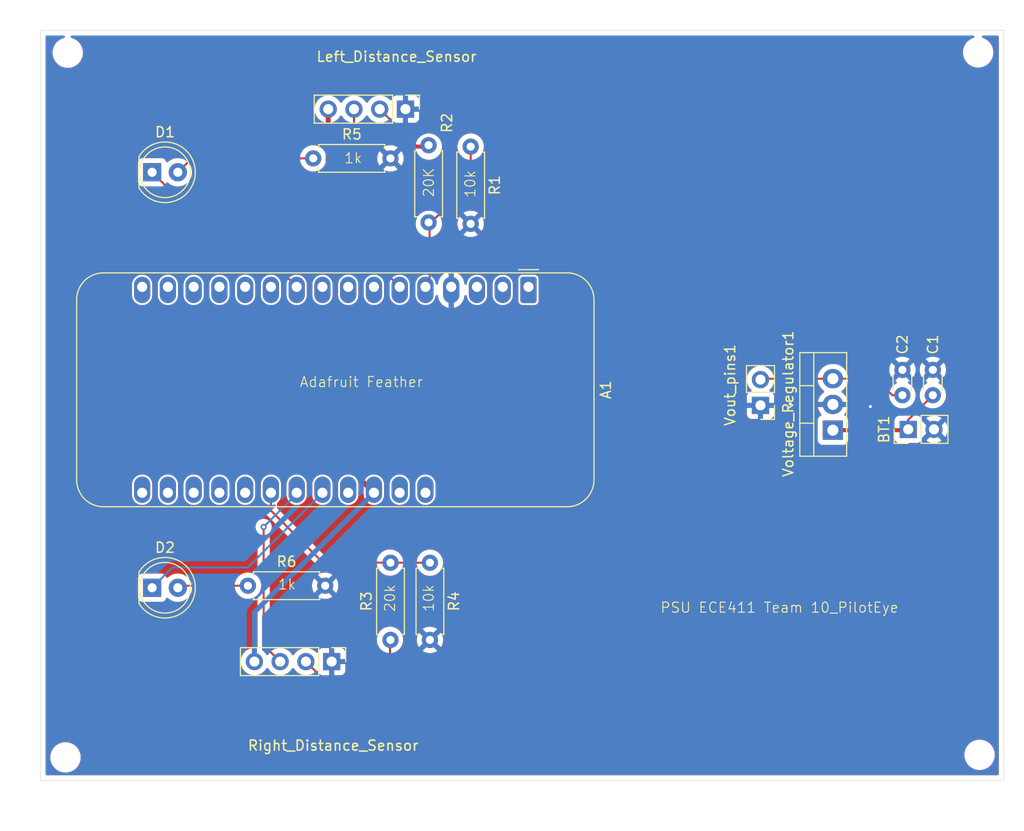
<source format=kicad_pcb>
(kicad_pcb (version 20241229) (generator "pcbnew") (generator_version "9.0")
  (layers (0 "F.Cu" signal) (2 "B.Cu" signal) (13 "F.Paste" user) (15 "B.Paste" user) (5 "F.SilkS" user "F.Silkscreen") (7 "B.SilkS" user "B.Silkscreen") (1 "F.Mask" user) (3 "B.Mask" user) (25 "Edge.Cuts" user))
  (net 0 "")
  (net 1 "Net-(D1-A)")
  (net 2 "Net-(D2-A)")
  (net 3 "GND")
  (net 4 "+5V")
  (net 5 "/ECHO_L GPIO17")
  (net 12 "+BATT")
  (net 15 "Net-(A1-DAC2{slash}A0)")
  (net 18 "Net-(A1-A11{slash}IO12)")
  (net 22 "Net-(A1-A10{slash}IO27)")
  (net 23 "+3.3V")
  (net 25 "Net-(A1-IO4{slash}A5)")
  (net 26 "Net-(A1-A9{slash}IO33)")
  (net 30 "Net-(A1-DAC1{slash}A1)")
  (net 32 "Net-(BT1-+)")
  (net 33 "Net-(Right_Distance_Senser1-Pin_2)")
  (footprint "Module:Adafruit_Feather" (layer "F.Cu") (at 163.12 105.3075 -90)
    (property "Reference" "A1" (at 10.16 -7.62 90) (layer "F.SilkS"))
    (property "Value" "Adafruit_Feather_HUZZAH32_ESP32")
    (fp_line (start 19.05 44.56) (end 1.27 44.56) (stroke (width 0.12)) (layer "F.SilkS"))
    (fp_line (start -1.7 1) (end -1.7 -1) (stroke (width 0.12)) (layer "F.SilkS"))
    (fp_line (start -1.38 -3.81) (end -1.38 41.91) (stroke (width 0.12)) (layer "F.SilkS"))
    (fp_line (start 21.7 -3.81) (end 21.7 41.91) (stroke (width 0.12)) (layer "F.SilkS"))
    (fp_line (start 19.05 -6.46) (end 1.27 -6.46) (stroke (width 0.12)) (layer "F.SilkS"))
    (fp_arc (start 1.27 44.56) (mid -0.603833 43.783833) (end -1.38 41.91) (stroke (width 0.12)) (layer "F.SilkS"))
    (fp_arc (start 21.7 41.91) (mid 20.923833 43.783833) (end 19.05 44.56) (stroke (width 0.12)) (layer "F.SilkS"))
    (fp_arc (start -1.38 -3.81) (mid -0.603833 -5.683833) (end 1.27 -6.46) (stroke (width 0.12)) (layer "F.SilkS"))
    (fp_arc (start 19.05 -6.46) (mid 20.923833 -5.683833) (end 21.7 -3.81) (stroke (width 0.12)) (layer "F.SilkS"))
    (pad "1" thru_hole roundrect (at 0 0 270) (size 2.6 1.6) (drill 1 (offset 0.3 0)) (layers "*.Cu" "*.Mask") (roundrect_rratio 0.15625))
    (pad "2" thru_hole oval (at 0 2.54 270) (size 2.6 1.6) (drill 1 (offset 0.3 0)) (layers "*.Cu" "*.Mask") (net 23 "+3.3V"))
    (pad "3" thru_hole oval (at 0 5.08 270) (size 2.6 1.6) (drill 1 (offset 0.3 0)) (layers "*.Cu" "*.Mask"))
    (pad "4" thru_hole oval (at 0 7.62 270) (size 2.6 1.6) (drill 1 (offset 0.3 0)) (layers "*.Cu" "*.Mask") (net 3 "GND"))
    (pad "5" thru_hole oval (at 0 10.16 270) (size 2.6 1.6) (drill 1 (offset 0.3 0)) (layers "*.Cu" "*.Mask") (net 15 "Net-(A1-DAC2{slash}A0)"))
    (pad "6" thru_hole oval (at 0 12.7 270) (size 2.6 1.6) (drill 1 (offset 0.3 0)) (layers "*.Cu" "*.Mask") (net 30 "Net-(A1-DAC1{slash}A1)"))
    (pad "7" thru_hole oval (at 0 15.24 270) (size 2.6 1.6) (drill 1 (offset 0.3 0)) (layers "*.Cu" "*.Mask"))
    (pad "8" thru_hole oval (at 0 17.78 270) (size 2.6 1.6) (drill 1 (offset 0.3 0)) (layers "*.Cu" "*.Mask"))
    (pad "9" thru_hole oval (at 0 20.32 270) (size 2.6 1.6) (drill 1 (offset 0.3 0)) (layers "*.Cu" "*.Mask"))
    (pad "10" thru_hole oval (at 0 22.86 270) (size 2.6 1.6) (drill 1 (offset 0.3 0)) (layers "*.Cu" "*.Mask") (net 25 "Net-(A1-IO4{slash}A5)"))
    (pad "11" thru_hole oval (at 0 25.4 270) (size 2.6 1.6) (drill 1 (offset 0.3 0)) (layers "*.Cu" "*.Mask"))
    (pad "12" thru_hole oval (at 0 27.94 270) (size 2.6 1.6) (drill 1 (offset 0.3 0)) (layers "*.Cu" "*.Mask"))
    (pad "13" thru_hole oval (at 0 30.48 270) (size 2.6 1.6) (drill 1 (offset 0.3 0)) (layers "*.Cu" "*.Mask"))
    (pad "14" thru_hole oval (at 0 33.02 270) (size 2.6 1.6) (drill 1 (offset 0.3 0)) (layers "*.Cu" "*.Mask"))
    (pad "15" thru_hole oval (at 0 35.56 270) (size 2.6 1.6) (drill 1 (offset 0.3 0)) (layers "*.Cu" "*.Mask"))
    (pad "16" thru_hole oval (at 0 38.1 270) (size 2.6 1.6) (drill 1 (offset 0.3 0)) (layers "*.Cu" "*.Mask"))
    (pad "17" thru_hole oval (at 20.32 38.1 90) (size 2.6 1.6) (drill 1 (offset 0.3 0)) (layers "*.Cu" "*.Mask"))
    (pad "18" thru_hole oval (at 20.32 35.56 90) (size 2.6 1.6) (drill 1 (offset 0.3 0)) (layers "*.Cu" "*.Mask"))
    (pad "19" thru_hole oval (at 20.32 33.02 90) (size 2.6 1.6) (drill 1 (offset 0.3 0)) (layers "*.Cu" "*.Mask"))
    (pad "20" thru_hole oval (at 20.32 30.48 90) (size 2.6 1.6) (drill 1 (offset 0.3 0)) (layers "*.Cu" "*.Mask"))
    (pad "21" thru_hole oval (at 20.32 27.94 90) (size 2.6 1.6) (drill 1 (offset 0.3 0)) (layers "*.Cu" "*.Mask"))
    (pad "22" thru_hole oval (at 20.32 25.4 90) (size 2.6 1.6) (drill 1 (offset 0.3 0)) (layers "*.Cu" "*.Mask") (net 26 "Net-(A1-A9{slash}IO33)"))
    (pad "23" thru_hole oval (at 20.32 22.86 90) (size 2.6 1.6) (drill 1 (offset 0.3 0)) (layers "*.Cu" "*.Mask") (net 22 "Net-(A1-A10{slash}IO27)"))
    (pad "24" thru_hole oval (at 20.32 20.32 90) (size 2.6 1.6) (drill 1 (offset 0.3 0)) (layers "*.Cu" "*.Mask") (net 18 "Net-(A1-A11{slash}IO12)"))
    (pad "25" thru_hole oval (at 20.32 17.78 90) (size 2.6 1.6) (drill 1 (offset 0.3 0)) (layers "*.Cu" "*.Mask"))
    (pad "26" thru_hole oval (at 20.32 15.24 90) (size 2.6 1.6) (drill 1 (offset 0.3 0)) (layers "*.Cu" "*.Mask") (net 4 "+5V"))
    (pad "27" thru_hole oval (at 20.32 12.7 90) (size 2.6 1.6) (drill 1 (offset 0.3 0)) (layers "*.Cu" "*.Mask"))
    (pad "28" thru_hole oval (at 20.32 10.16 90) (size 2.6 1.6) (drill 1 (offset 0.3 0)) (layers "*.Cu" "*.Mask") (net 12 "+BATT"))
  )
  (footprint "Capacitor_THT:C_Disc_D3.0mm_W1.6mm_P2.50mm" (layer "F.Cu") (at 200 116 90)
    (property "Reference" "C2" (at 5 0 90) (layer "F.SilkS"))
    (property "Value" "0.1u")
    (fp_line (start 0.485 -0.92) (end 2.015 -0.92) (stroke (width 0.12)) (layer "F.SilkS"))
    (fp_line (start 2.015 0.92) (end 0.485 0.92) (stroke (width 0.12)) (layer "F.SilkS"))
    (pad "1" thru_hole circle (at 0 0 90) (size 1.6 1.6) (drill 0.8) (layers "*.Cu" "*.Mask") (net 4 "+5V"))
    (pad "2" thru_hole circle (at 2.5 0 90) (size 1.6 1.6) (drill 0.8) (layers "*.Cu" "*.Mask") (net 3 "GND"))
  )
  (footprint "Capacitor_THT:C_Disc_D3.0mm_W1.6mm_P2.50mm" (layer "F.Cu") (at 203 116 90)
    (property "Reference" "C1" (at 5 0 90) (layer "F.SilkS"))
    (property "Value" "0.33u")
    (fp_line (start 0.485 -0.92) (end 2.015 -0.92) (stroke (width 0.12)) (layer "F.SilkS"))
    (fp_line (start 2.015 0.92) (end 0.485 0.92) (stroke (width 0.12)) (layer "F.SilkS"))
    (pad "1" thru_hole circle (at 0 0 90) (size 1.6 1.6) (drill 0.8) (layers "*.Cu" "*.Mask") (net 32 "Net-(BT1-+)"))
    (pad "2" thru_hole circle (at 2.5 0 90) (size 1.6 1.6) (drill 0.8) (layers "*.Cu" "*.Mask") (net 3 "GND"))
  )
  (footprint "LED_THT:LED_D5.0mm" (layer "F.Cu") (at 126 135)
    (property "Reference" "D2" (at 1.27 -3.96 0) (layer "F.SilkS"))
    (property "Value" "LED_R")
    (fp_line (start -1.29 -1.545) (end -1.29 1.545) (stroke (width 0.12)) (layer "F.SilkS"))
    (fp_arc (start -1.29 -1.54483) (mid 2.071779 -2.880495) (end 4.26 0) (stroke (width 0.12)) (layer "F.SilkS"))
    (fp_arc (start 4.26 0) (mid 2.071779 2.880495) (end -1.29 1.54483) (stroke (width 0.12)) (layer "F.SilkS"))
    (fp_circle (center 1.27 0) (end 3.77 0) (stroke (width 0.12)) (fill no) (layer "F.SilkS"))
    (pad "1" thru_hole rect (at 0 0) (size 1.8 1.8) (drill 0.9) (layers "*.Cu" "*.Mask") (net 18 "Net-(A1-A11{slash}IO12)"))
    (pad "2" thru_hole circle (at 2.54 0) (size 1.8 1.8) (drill 0.9) (layers "*.Cu" "*.Mask") (net 2 "Net-(D2-A)"))
  )
  (footprint "Connector_PinHeader_2.54mm:PinHeader_1x02_P2.54mm_Vertical" (layer "F.Cu") (at 200.57 119.37 90)
    (property "Reference" "BT1" (at 0 -2.38 90) (layer "F.SilkS"))
    (property "Value" "9V")
    (fp_line (start -1.38 -1.38) (end 0 -1.38) (stroke (width 0.12)) (layer "F.SilkS"))
    (fp_line (start -1.38 0) (end -1.38 -1.38) (stroke (width 0.12)) (layer "F.SilkS"))
    (fp_line (start 1.38 1.27) (end 1.38 3.92) (stroke (width 0.12)) (layer "F.SilkS"))
    (fp_line (start -1.38 1.27) (end 1.38 1.27) (stroke (width 0.12)) (layer "F.SilkS"))
    (fp_line (start -1.38 1.27) (end -1.38 3.92) (stroke (width 0.12)) (layer "F.SilkS"))
    (fp_line (start -1.38 3.92) (end 1.38 3.92) (stroke (width 0.12)) (layer "F.SilkS"))
    (pad "1" thru_hole rect (at 0 0 90) (size 1.7 1.7) (drill 1) (layers "*.Cu" "*.Mask") (net 32 "Net-(BT1-+)"))
    (pad "2" thru_hole circle (at 0 2.54 90) (size 1.7 1.7) (drill 1) (layers "*.Cu" "*.Mask") (net 3 "GND"))
  )
  (footprint "Connector_PinHeader_2.54mm:PinHeader_1x04_P2.54mm_Vertical" (layer "F.Cu") (at 150.99 87.77 -90)
    (property "Reference" "Left_Distance_Sensor" (at -5.18 0.88 180) (layer "F.SilkS"))
    (property "Value" "Conn_01x04_Pin")
    (fp_line (start -1.38 9) (end 1.38 9) (stroke (width 0.12)) (layer "F.SilkS"))
    (fp_line (start -1.38 1.27) (end -1.38 9) (stroke (width 0.12)) (layer "F.SilkS"))
    (fp_line (start -1.38 1.27) (end 1.38 1.27) (stroke (width 0.12)) (layer "F.SilkS"))
    (fp_line (start 1.38 1.27) (end 1.38 9) (stroke (width 0.12)) (layer "F.SilkS"))
    (fp_line (start -1.38 0) (end -1.38 -1.38) (stroke (width 0.12)) (layer "F.SilkS"))
    (fp_line (start -1.38 -1.38) (end 0 -1.38) (stroke (width 0.12)) (layer "F.SilkS"))
    (pad "1" thru_hole rect (at 0 0 270) (size 1.7 1.7) (drill 1) (layers "*.Cu" "*.Mask") (net 3 "GND"))
    (pad "2" thru_hole circle (at 0 2.54 270) (size 1.7 1.7) (drill 1) (layers "*.Cu" "*.Mask") (net 5 "/ECHO_L GPIO17"))
    (pad "3" thru_hole circle (at 0 5.08 270) (size 1.7 1.7) (drill 1) (layers "*.Cu" "*.Mask") (net 30 "Net-(A1-DAC1{slash}A1)"))
    (pad "4" thru_hole circle (at 0 7.62 270) (size 1.7 1.7) (drill 1) (layers "*.Cu" "*.Mask") (net 4 "+5V"))
  )
  (footprint "Resistor_THT:R_Axial_DIN0207_L6.3mm_D2.5mm_P7.62mm_Horizontal" (layer "F.Cu") (at 141.89 92.63)
    (property "Reference" "R5" (at 3.81 -2.37 0) (layer "F.SilkS"))
    (property "Value" "1k")
    (fp_line (start 0.54 -1.37) (end 7.08 -1.37) (stroke (width 0.12)) (layer "F.SilkS"))
    (fp_line (start 0.54 -1.04) (end 0.54 -1.37) (stroke (width 0.12)) (layer "F.SilkS"))
    (fp_line (start 0.54 1.04) (end 0.54 1.37) (stroke (width 0.12)) (layer "F.SilkS"))
    (fp_line (start 0.54 1.37) (end 7.08 1.37) (stroke (width 0.12)) (layer "F.SilkS"))
    (fp_line (start 7.08 -1.37) (end 7.08 -1.04) (stroke (width 0.12)) (layer "F.SilkS"))
    (fp_line (start 7.08 1.37) (end 7.08 1.04) (stroke (width 0.12)) (layer "F.SilkS"))
    (pad "1" thru_hole circle (at 0 0) (size 1.6 1.6) (drill 0.8) (layers "*.Cu" "*.Mask") (net 1 "Net-(D1-A)"))
    (pad "2" thru_hole circle (at 7.62 0) (size 1.6 1.6) (drill 0.8) (layers "*.Cu" "*.Mask") (net 3 "GND"))
  )
  (footprint "Resistor_THT:R_Axial_DIN0207_L6.3mm_D2.5mm_P7.62mm_Horizontal" (layer "F.Cu") (at 135.45 134.8)
    (property "Reference" "R6" (at 3.81 -2.37 0) (layer "F.SilkS"))
    (property "Value" "1k")
    (fp_line (start 0.54 -1.37) (end 7.08 -1.37) (stroke (width 0.12)) (layer "F.SilkS"))
    (fp_line (start 0.54 -1.04) (end 0.54 -1.37) (stroke (width 0.12)) (layer "F.SilkS"))
    (fp_line (start 0.54 1.04) (end 0.54 1.37) (stroke (width 0.12)) (layer "F.SilkS"))
    (fp_line (start 0.54 1.37) (end 7.08 1.37) (stroke (width 0.12)) (layer "F.SilkS"))
    (fp_line (start 7.08 -1.37) (end 7.08 -1.04) (stroke (width 0.12)) (layer "F.SilkS"))
    (fp_line (start 7.08 1.37) (end 7.08 1.04) (stroke (width 0.12)) (layer "F.SilkS"))
    (pad "1" thru_hole circle (at 0 0) (size 1.6 1.6) (drill 0.8) (layers "*.Cu" "*.Mask") (net 2 "Net-(D2-A)"))
    (pad "2" thru_hole circle (at 7.62 0) (size 1.6 1.6) (drill 0.8) (layers "*.Cu" "*.Mask") (net 3 "GND"))
  )
  (footprint "Resistor_THT:R_Axial_DIN0207_L6.3mm_D2.5mm_P7.62mm_Horizontal" (layer "F.Cu") (at 153.27 91.33 -90)
    (property "Reference" "R2" (at -2.2 -1.81 90) (layer "F.SilkS"))
    (property "Value" "10k")
    (fp_line (start 0.54 1.37) (end 7.08 1.37) (stroke (width 0.12)) (layer "F.SilkS"))
    (fp_line (start 7.08 1.37) (end 7.08 1.04) (stroke (width 0.12)) (layer "F.SilkS"))
    (fp_line (start 0.54 1.04) (end 0.54 1.37) (stroke (width 0.12)) (layer "F.SilkS"))
    (fp_line (start 0.54 -1.04) (end 0.54 -1.37) (stroke (width 0.12)) (layer "F.SilkS"))
    (fp_line (start 0.54 -1.37) (end 7.08 -1.37) (stroke (width 0.12)) (layer "F.SilkS"))
    (fp_line (start 7.08 -1.37) (end 7.08 -1.04) (stroke (width 0.12)) (layer "F.SilkS"))
    (pad "1" thru_hole circle (at 0 0 270) (size 1.6 1.6) (drill 0.8) (layers "*.Cu" "*.Mask") (net 5 "/ECHO_L GPIO17"))
    (pad "2" thru_hole circle (at 7.62 0 270) (size 1.6 1.6) (drill 0.8) (layers "*.Cu" "*.Mask") (net 15 "Net-(A1-DAC2{slash}A0)"))
  )
  (footprint "Package_TO_SOT_THT:TO-220-3_Vertical" (layer "F.Cu") (at 193.14 119.45 90)
    (property "Reference" "Voltage_Regulator1" (at 2.6 -4.4 90) (layer "F.SilkS"))
    (property "Value" "LM7805_TO220")
    (fp_line (start 7.65 -3.26) (end 7.65 1.36) (stroke (width 0.12)) (layer "F.SilkS"))
    (fp_line (start 4.39 -3.26) (end 4.39 -1.88) (stroke (width 0.12)) (layer "F.SilkS"))
    (fp_line (start 0.69 -3.26) (end 0.69 -1.88) (stroke (width 0.12)) (layer "F.SilkS"))
    (fp_line (start -2.57 -3.26) (end 7.65 -3.26) (stroke (width 0.12)) (layer "F.SilkS"))
    (fp_line (start -2.57 -1.88) (end 7.65 -1.88) (stroke (width 0.12)) (layer "F.SilkS"))
    (fp_line (start 7.65 1.36) (end -2.57 1.36) (stroke (width 0.12)) (layer "F.SilkS"))
    (fp_line (start -2.57 1.36) (end -2.57 -3.26) (stroke (width 0.12)) (layer "F.SilkS"))
    (pad "1" thru_hole rect (at 0 0 90) (size 1.905 2) (drill 1.1) (layers "*.Cu" "*.Mask") (net 32 "Net-(BT1-+)"))
    (pad "2" thru_hole oval (at 2.54 0 90) (size 1.905 2) (drill 1.1) (layers "*.Cu" "*.Mask") (net 3 "GND"))
    (pad "3" thru_hole oval (at 5.08 0 90) (size 1.905 2) (drill 1.1) (layers "*.Cu" "*.Mask") (net 4 "+5V"))
  )
  (footprint "Connector_PinHeader_2.54mm:PinHeader_1x02_P2.54mm_Vertical" (layer "F.Cu") (at 186 117 180)
    (property "Reference" "Vout_pins1" (at 3 2 90) (layer "F.SilkS"))
    (property "Value" "Conn_01x02_Pin")
    (fp_line (start 1.38 1.27) (end 1.38 3.92) (stroke (width 0.12)) (layer "F.SilkS"))
    (fp_line (start -1.38 3.92) (end 1.38 3.92) (stroke (width 0.12)) (layer "F.SilkS"))
    (fp_line (start -1.38 1.27) (end 1.38 1.27) (stroke (width 0.12)) (layer "F.SilkS"))
    (fp_line (start -1.38 1.27) (end -1.38 3.92) (stroke (width 0.12)) (layer "F.SilkS"))
    (fp_line (start -1.38 0) (end -1.38 -1.38) (stroke (width 0.12)) (layer "F.SilkS"))
    (fp_line (start -1.38 -1.38) (end 0 -1.38) (stroke (width 0.12)) (layer "F.SilkS"))
    (pad "1" thru_hole rect (at 0 0 180) (size 1.7 1.7) (drill 1) (layers "*.Cu" "*.Mask") (net 3 "GND"))
    (pad "2" thru_hole circle (at 0 2.54 180) (size 1.7 1.7) (drill 1) (layers "*.Cu" "*.Mask") (net 4 "+5V"))
  )
  (footprint "Resistor_THT:R_Axial_DIN0207_L6.3mm_D2.5mm_P7.62mm_Horizontal" (layer "F.Cu") (at 157.42 91.47 -90)
    (property "Reference" "R1" (at 3.81 -2.37 90) (layer "F.SilkS"))
    (property "Value" "20k")
    (fp_line (start 0.54 1.37) (end 7.08 1.37) (stroke (width 0.12)) (layer "F.SilkS"))
    (fp_line (start 7.08 1.37) (end 7.08 1.04) (stroke (width 0.12)) (layer "F.SilkS"))
    (fp_line (start 0.54 1.04) (end 0.54 1.37) (stroke (width 0.12)) (layer "F.SilkS"))
    (fp_line (start 0.54 -1.04) (end 0.54 -1.37) (stroke (width 0.12)) (layer "F.SilkS"))
    (fp_line (start 0.54 -1.37) (end 7.08 -1.37) (stroke (width 0.12)) (layer "F.SilkS"))
    (fp_line (start 7.08 -1.37) (end 7.08 -1.04) (stroke (width 0.12)) (layer "F.SilkS"))
    (pad "1" thru_hole circle (at 0 0 270) (size 1.6 1.6) (drill 0.8) (layers "*.Cu" "*.Mask") (net 15 "Net-(A1-DAC2{slash}A0)"))
    (pad "2" thru_hole circle (at 7.62 0 270) (size 1.6 1.6) (drill 0.8) (layers "*.Cu" "*.Mask") (net 3 "GND"))
  )
  (footprint "Resistor_THT:R_Axial_DIN0207_L6.3mm_D2.5mm_P7.62mm_Horizontal" (layer "F.Cu") (at 149.51 140.15 90)
    (property "Reference" "R3" (at 3.81 -2.37 90) (layer "F.SilkS"))
    (property "Value" "10k")
    (fp_line (start 7.08 -1.37) (end 7.08 -1.04) (stroke (width 0.12)) (layer "F.SilkS"))
    (fp_line (start 0.54 -1.37) (end 7.08 -1.37) (stroke (width 0.12)) (layer "F.SilkS"))
    (fp_line (start 0.54 -1.04) (end 0.54 -1.37) (stroke (width 0.12)) (layer "F.SilkS"))
    (fp_line (start 0.54 1.04) (end 0.54 1.37) (stroke (width 0.12)) (layer "F.SilkS"))
    (fp_line (start 7.08 1.37) (end 7.08 1.04) (stroke (width 0.12)) (layer "F.SilkS"))
    (fp_line (start 0.54 1.37) (end 7.08 1.37) (stroke (width 0.12)) (layer "F.SilkS"))
    (pad "1" thru_hole circle (at 0 0 90) (size 1.6 1.6) (drill 0.8) (layers "*.Cu" "*.Mask") (net 33 "Net-(Right_Distance_Senser1-Pin_2)"))
    (pad "2" thru_hole circle (at 7.62 0 90) (size 1.6 1.6) (drill 0.8) (layers "*.Cu" "*.Mask") (net 26 "Net-(A1-A9{slash}IO33)"))
  )
  (footprint "Resistor_THT:R_Axial_DIN0207_L6.3mm_D2.5mm_P7.62mm_Horizontal" (layer "F.Cu") (at 153.4 132.53 -90)
    (property "Reference" "R4" (at 3.81 -2.37 90) (layer "F.SilkS"))
    (property "Value" "20k")
    (fp_line (start 0.54 1.37) (end 7.08 1.37) (stroke (width 0.12)) (layer "F.SilkS"))
    (fp_line (start 7.08 1.37) (end 7.08 1.04) (stroke (width 0.12)) (layer "F.SilkS"))
    (fp_line (start 0.54 1.04) (end 0.54 1.37) (stroke (width 0.12)) (layer "F.SilkS"))
    (fp_line (start 0.54 -1.04) (end 0.54 -1.37) (stroke (width 0.12)) (layer "F.SilkS"))
    (fp_line (start 0.54 -1.37) (end 7.08 -1.37) (stroke (width 0.12)) (layer "F.SilkS"))
    (fp_line (start 7.08 -1.37) (end 7.08 -1.04) (stroke (width 0.12)) (layer "F.SilkS"))
    (pad "1" thru_hole circle (at 0 0 270) (size 1.6 1.6) (drill 0.8) (layers "*.Cu" "*.Mask") (net 26 "Net-(A1-A9{slash}IO33)"))
    (pad "2" thru_hole circle (at 7.62 0 270) (size 1.6 1.6) (drill 0.8) (layers "*.Cu" "*.Mask") (net 3 "GND"))
  )
  (footprint "LED_THT:LED_D5.0mm" (layer "F.Cu") (at 126 94)
    (property "Reference" "D1" (at 1.27 -3.96 0) (layer "F.SilkS"))
    (property "Value" "LED_L")
    (fp_line (start -1.29 -1.545) (end -1.29 1.545) (stroke (width 0.12)) (layer "F.SilkS"))
    (fp_arc (start -1.29 -1.54483) (mid 2.071779 -2.880495) (end 4.26 0) (stroke (width 0.12)) (layer "F.SilkS"))
    (fp_arc (start 4.26 0) (mid 2.071779 2.880495) (end -1.29 1.54483) (stroke (width 0.12)) (layer "F.SilkS"))
    (fp_circle (center 1.27 0) (end 3.77 0) (stroke (width 0.12)) (fill no) (layer "F.SilkS"))
    (pad "1" thru_hole rect (at 0 0) (size 1.8 1.8) (drill 0.9) (layers "*.Cu" "*.Mask") (net 25 "Net-(A1-IO4{slash}A5)"))
    (pad "2" thru_hole circle (at 2.54 0) (size 1.8 1.8) (drill 0.9) (layers "*.Cu" "*.Mask") (net 1 "Net-(D1-A)"))
  )
  (footprint "MountingHole:MountingHole_2.5mm" (layer "F.Cu") (at 117.46 151.74)
    (property "Reference" "REF**" (hide yes))
    (property "Value" "MountingHole_2.5mm" (hide yes))
    (pad "" np_thru_hole circle (at 0 0) (size 2.5 2.5) (drill 2.5) (layers "*.Cu" "*.Mask"))
  )
  (footprint "MountingHole:MountingHole_2.5mm" (layer "F.Cu") (at 207.61 151.49)
    (property "Reference" "REF**" (hide yes))
    (property "Value" "MountingHole_2.5mm" (hide yes))
    (pad "" np_thru_hole circle (at 0 0) (size 2.5 2.5) (drill 2.5) (layers "*.Cu" "*.Mask"))
  )
  (footprint "MountingHole:MountingHole_2.5mm" (layer "F.Cu") (at 117.68 82.2)
    (property "Reference" "REF**" (hide yes))
    (property "Value" "MountingHole_2.5mm" (hide yes))
    (pad "" np_thru_hole circle (at 0 0) (size 2.5 2.5) (drill 2.5) (layers "*.Cu" "*.Mask"))
  )
  (footprint "MountingHole:MountingHole_2.5mm" (layer "F.Cu") (at 207.47 82.17)
    (property "Reference" "REF**" (hide yes))
    (property "Value" "MountingHole_2.5mm" (hide yes))
    (pad "" np_thru_hole circle (at 0 0) (size 2.5 2.5) (drill 2.5) (layers "*.Cu" "*.Mask"))
  )
  (footprint "Connector_PinHeader_2.54mm:PinHeader_1x04_P2.54mm_Vertical" (layer "F.Cu") (at 143.71 142.29 -90)
    (property "Reference" "Right_Distance_Sensor" (at 8.28 -0.15 180) (layer "F.SilkS"))
    (property "Value" "Conn_01x04_Pin")
    (fp_line (start -1.38 9) (end 1.38 9) (stroke (width 0.12)) (layer "F.SilkS"))
    (fp_line (start -1.38 1.27) (end -1.38 9) (stroke (width 0.12)) (layer "F.SilkS"))
    (fp_line (start -1.38 1.27) (end 1.38 1.27) (stroke (width 0.12)) (layer "F.SilkS"))
    (fp_line (start 1.38 1.27) (end 1.38 9) (stroke (width 0.12)) (layer "F.SilkS"))
    (fp_line (start -1.38 0) (end -1.38 -1.38) (stroke (width 0.12)) (layer "F.SilkS"))
    (fp_line (start -1.38 -1.38) (end 0 -1.38) (stroke (width 0.12)) (layer "F.SilkS"))
    (pad "1" thru_hole rect (at 0 0 270) (size 1.7 1.7) (drill 1) (layers "*.Cu" "*.Mask") (net 3 "GND"))
    (pad "2" thru_hole circle (at 0 2.54 270) (size 1.7 1.7) (drill 1) (layers "*.Cu" "*.Mask") (net 33 "Net-(Right_Distance_Senser1-Pin_2)"))
    (pad "3" thru_hole circle (at 0 5.08 270) (size 1.7 1.7) (drill 1) (layers "*.Cu" "*.Mask") (net 22 "Net-(A1-A10{slash}IO27)"))
    (pad "4" thru_hole circle (at 0 7.62 270) (size 1.7 1.7) (drill 1) (layers "*.Cu" "*.Mask") (net 4 "+5V"))
  )
  (gr_line (start 210 154) (end 115 154) (stroke (width 0.05)) (layer "Edge.Cuts"))
  (gr_line (start 210 80) (end 210 154) (stroke (width 0.05)) (layer "Edge.Cuts"))
  (gr_line (start 115 80) (end 210 80) (stroke (width 0.05)) (layer "Edge.Cuts"))
  (gr_line (start 115 154) (end 115 80) (stroke (width 0.05)) (layer "Edge.Cuts"))
  (gr_text "1k" (at 138.35 135.25 0) (layer "F.SilkS") (effects (font (size 1 1) (thickness 0.1)) (justify left bottom)))
  (gr_text "PSU ECE411 Team 10_PilotEye" (at 176.07 137.54 0) (layer "F.SilkS") (effects (font (size 1 1) (thickness 0.1)) (justify left bottom)))
  (gr_text "10k" (at 153.86 137.45 90) (layer "F.SilkS") (effects (font (size 1 1) (thickness 0.1)) (justify left bottom)))
  (gr_text "1k" (at 144.89 93.19 0) (layer "F.SilkS") (effects (font (size 1 1) (thickness 0.1)) (justify left bottom)))
  (gr_text "10k\n" (at 157.96 96.57 90) (layer "F.SilkS") (effects (font (size 1 1) (thickness 0.1)) (justify left bottom)))
  (gr_text "20K\n" (at 153.87 96.53 90) (layer "F.SilkS") (effects (font (size 1 1) (thickness 0.1)) (justify left bottom)))
  (gr_text "Adafruit Feather" (at 140.5 115.28 0) (layer "F.SilkS") (effects (font (size 1 1) (thickness 0.1)) (justify left bottom)))
  (gr_text "20k\n" (at 150.04 137.46 90) (layer "F.SilkS") (effects (font (size 1 1) (thickness 0.1)) (justify left bottom)))
  (segment (start 128.54 94) (end 129.91 92.63) (width 0.2) (layer "F.Cu") (net 1))
  (segment (start 129.91 92.63) (end 141.89 92.63) (width 0.2) (layer "F.Cu") (net 1))
  (segment (start 128.54 135) (end 128.74 134.8) (width 0.2) (layer "F.Cu") (net 2))
  (segment (start 128.74 134.8) (end 135.45 134.8) (width 0.2) (layer "F.Cu") (net 2))
  (segment (start 186.09 116.91) (end 186 117) (width 0.2) (layer "F.Cu") (net 3))
  (segment (start 151.22705 87.77) (end 150.99 87.77) (width 0.2) (layer "F.Cu") (net 3))
  (via (at 196.84 117.12) (size 0.6) (drill 0.3) (layers "F.Cu" "B.Cu") (net 3))
  (via (at 188.94 116.86) (size 0.6) (drill 0.3) (layers "F.Cu" "B.Cu") (net 3))
  (segment (start 146.591 104.589319) (end 143.37 101.368319) (width 0.5) (layer "F.Cu") (net 4))
  (segment (start 199 116) (end 197.37 114.37) (width 0.2) (layer "F.Cu") (net 4))
  (segment (start 186.09 114.37) (end 186 114.46) (width 0.4) (layer "F.Cu") (net 4))
  (segment (start 193.14 114.37) (end 186.09 114.37) (width 0.2) (layer "F.Cu") (net 4))
  (segment (start 147.88 125.6275) (end 146.591 124.3385) (width 0.5) (layer "F.Cu") (net 4))
  (segment (start 143.37 101.368319) (end 143.37 87.77) (width 0.5) (layer "F.Cu") (net 4))
  (segment (start 197.37 114.37) (end 193.14 114.37) (width 0.2) (layer "F.Cu") (net 4))
  (segment (start 200 116) (end 199 116) (width 0.2) (layer "F.Cu") (net 4))
  (segment (start 147.6425 125.6275) (end 147.88 125.6275) (width 0.5) (layer "F.Cu") (net 4))
  (segment (start 146.591 124.3385) (end 146.591 104.589319) (width 0.5) (layer "F.Cu") (net 4))
  (segment (start 136.09 137.4175) (end 136.09 142.29) (width 0.5) (layer "B.Cu") (net 4))
  (segment (start 147.88 125.6275) (end 136.09 137.4175) (width 0.5) (layer "B.Cu") (net 4))
  (segment (start 152.15 91.47) (end 153.37 91.47) (width 0.4) (layer "F.Cu") (net 5))
  (segment (start 148.45 87.77) (end 152.15 91.47) (width 0.2) (layer "F.Cu") (net 5))
  (segment (start 157.42 95.04) (end 153.37 99.09) (width 0.2) (layer "F.Cu") (net 15))
  (segment (start 153.37 99.09) (end 153.37 104.8975) (width 0.2) (layer "F.Cu") (net 15))
  (segment (start 157.42 91.47) (end 157.42 95.04) (width 0.2) (layer "F.Cu") (net 15))
  (segment (start 153.37 104.8975) (end 152.96 105.3075) (width 0.2) (layer "F.Cu") (net 15))
  (segment (start 142.8 124.781087) (end 142.8 125.6275) (width 0.2) (layer "F.Cu") (net 18))
  (segment (start 135.4275 133) (end 142.8 125.6275) (width 0.2) (layer "B.Cu") (net 18))
  (segment (start 126 135) (end 128 133) (width 0.2) (layer "B.Cu") (net 18))
  (segment (start 128 133) (end 135.4275 133) (width 0.2) (layer "B.Cu") (net 18))
  (segment (start 138.63 142.29) (end 137 140.66) (width 0.2) (layer "F.Cu") (net 22))
  (segment (start 137 140.66) (end 137 129) (width 0.2) (layer "F.Cu") (net 22))
  (via (at 137 129) (size 0.6) (drill 0.3) (layers "F.Cu" "B.Cu") (net 22))
  (segment (start 137 129) (end 140.26 125.74) (width 0.2) (layer "B.Cu") (net 22))
  (segment (start 140.26 125.74) (end 140.26 125.6275) (width 0.2) (layer "B.Cu") (net 22))
  (segment (start 138.959 104.0065) (end 140.26 105.3075) (width 0.2) (layer "F.Cu") (net 25))
  (segment (start 126 94) (end 136.0065 104.0065) (width 0.2) (layer "F.Cu") (net 25))
  (segment (start 136.0065 104.0065) (end 138.959 104.0065) (width 0.2) (layer "F.Cu") (net 25))
  (segment (start 149.46 132.52) (end 142.85 132.52) (width 0.2) (layer "F.Cu") (net 26))
  (segment (start 149.47 132.53) (end 149.46 132.52) (width 0.2) (layer "F.Cu") (net 26))
  (segment (start 153.4 132.53) (end 149.47 132.53) (width 0.2) (layer "F.Cu") (net 26))
  (segment (start 142.85 132.52) (end 137.72 127.39) (width 0.2) (layer "F.Cu") (net 26))
  (segment (start 137.72 127.39) (end 137.72 125.6275) (width 0.2) (layer "F.Cu") (net 26))
  (segment (start 145.91 87.77) (end 145.91 100.7975) (width 0.2) (layer "F.Cu") (net 30))
  (segment (start 145.91 100.7975) (end 150.42 105.3075) (width 0.2) (layer "F.Cu") (net 30))
  (segment (start 200.57 118.43) (end 200.57 119.37) (width 0.2) (layer "F.Cu") (net 32))
  (segment (start 193.14 119.45) (end 200.49 119.45) (width 0.4) (layer "F.Cu") (net 32))
  (segment (start 199.85 118.65) (end 200.57 119.37) (width 0.2) (layer "F.Cu") (net 32))
  (segment (start 200.49 119.45) (end 200.57 119.37) (width 0.2) (layer "F.Cu") (net 32))
  (segment (start 203 116) (end 200.57 118.43) (width 0.2) (layer "F.Cu") (net 32))
  (segment (start 149.46 140.14) (end 149.46 144.6) (width 0.2) (layer "F.Cu") (net 33))
  (segment (start 148.54 145.52) (end 144.4 145.52) (width 0.2) (layer "F.Cu") (net 33))
  (segment (start 149.46 144.6) (end 148.54 145.52) (width 0.2) (layer "F.Cu") (net 33))
  (segment (start 144.4 145.52) (end 141.17 142.29) (width 0.2) (layer "F.Cu") (net 33))
  (zone (net 3) (net_name "GND") (layers "F.Cu" "B.Cu") (connect_pads (clearance 0.5)) (min_thickness 0.25) (fill yes (thermal_gap 0.5) (thermal_bridge_width 0.5))
    (polygon (pts (xy 113 77) (xy 212 77) (xy 212 159) (xy 111 159)))
  )
)
</source>
